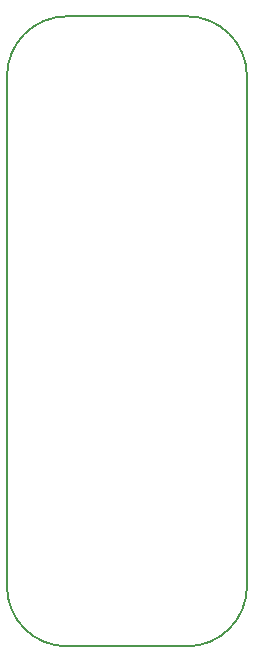
<source format=gko>
G04 #@! TF.GenerationSoftware,KiCad,Pcbnew,(5.1.10)-1*
G04 #@! TF.CreationDate,2021-10-24T19:52:58-07:00*
G04 #@! TF.ProjectId,project,70726f6a-6563-4742-9e6b-696361645f70,rev?*
G04 #@! TF.SameCoordinates,Original*
G04 #@! TF.FileFunction,Profile,NP*
%FSLAX46Y46*%
G04 Gerber Fmt 4.6, Leading zero omitted, Abs format (unit mm)*
G04 Created by KiCad (PCBNEW (5.1.10)-1) date 2021-10-24 19:52:58*
%MOMM*%
%LPD*%
G01*
G04 APERTURE LIST*
G04 #@! TA.AperFunction,Profile*
%ADD10C,0.150000*%
G04 #@! TD*
G04 APERTURE END LIST*
D10*
X127000000Y-104140000D02*
X116840000Y-104140000D01*
X132080000Y-109220000D02*
G75*
G03*
X127000000Y-104140000I-5080000J0D01*
G01*
X132080000Y-152400000D02*
X132080000Y-109220000D01*
X116840000Y-157480000D02*
X127000000Y-157480000D01*
X116840000Y-104140000D02*
G75*
G03*
X111760000Y-109220000I0J-5080000D01*
G01*
X111760000Y-152400000D02*
X111760000Y-109220000D01*
X127000000Y-157480000D02*
G75*
G03*
X132080000Y-152400000I0J5080000D01*
G01*
X111760000Y-152400000D02*
G75*
G03*
X116840000Y-157480000I5080000J0D01*
G01*
M02*

</source>
